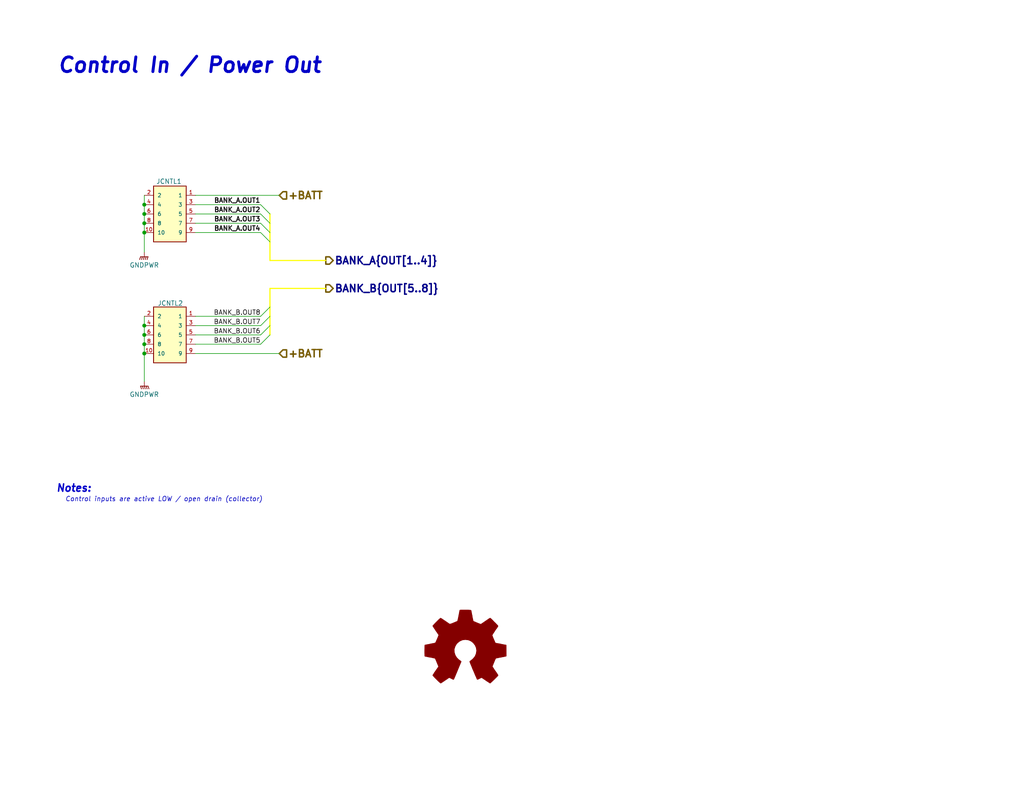
<source format=kicad_sch>
(kicad_sch (version 20211123) (generator eeschema)

  (uuid 5c6a4d2d-f41a-4586-a84a-23f107f3e1e6)

  (paper "USLetter")

  (title_block
    (title "Control In / Power Out")
    (date "2023-02-08")
    (rev "0.0.11")
    (comment 2 "http://creativecommons.org/licenses/by-sa/4.0/")
    (comment 3 "License: CC By SA 4.0")
    (comment 4 "Author: Michael Cummings")
    (comment 5 "https://ohwr.org/project/cernohl/wikis/Documents/CERN-OHL-version-2")
    (comment 6 "Hardware License: CERN-OHL-W")
  )

  (lib_symbols
    (symbol "Graphic:Logo_Open_Hardware_Large" (pin_names (offset 1.016)) (in_bom yes) (on_board yes)
      (property "Reference" "#LOGO" (id 0) (at 0 12.7 0)
        (effects (font (size 1.27 1.27)) hide)
      )
      (property "Value" "Logo_Open_Hardware_Large" (id 1) (at 0 -10.16 0)
        (effects (font (size 1.27 1.27)) hide)
      )
      (property "Footprint" "" (id 2) (at 0 0 0)
        (effects (font (size 1.27 1.27)) hide)
      )
      (property "Datasheet" "~" (id 3) (at 0 0 0)
        (effects (font (size 1.27 1.27)) hide)
      )
      (property "ki_keywords" "Logo" (id 4) (at 0 0 0)
        (effects (font (size 1.27 1.27)) hide)
      )
      (property "ki_description" "Open Hardware logo, large" (id 5) (at 0 0 0)
        (effects (font (size 1.27 1.27)) hide)
      )
      (symbol "Logo_Open_Hardware_Large_1_1"
        (polyline
          (pts
            (xy 6.731 -8.7122)
            (xy 6.6294 -8.6614)
            (xy 6.35 -8.4836)
            (xy 5.9944 -8.255)
            (xy 5.5372 -7.9502)
            (xy 5.1054 -7.6454)
            (xy 4.7498 -7.4168)
            (xy 4.4958 -7.239)
            (xy 4.3942 -7.1882)
            (xy 4.318 -7.2136)
            (xy 4.1148 -7.3152)
            (xy 3.81 -7.4676)
            (xy 3.6322 -7.5692)
            (xy 3.3528 -7.6708)
            (xy 3.2258 -7.6962)
            (xy 3.2004 -7.6708)
            (xy 3.0988 -7.4676)
            (xy 2.9464 -7.0866)
            (xy 2.7178 -6.604)
            (xy 2.4892 -6.0452)
            (xy 2.2352 -5.4356)
            (xy 1.9558 -4.826)
            (xy 1.7272 -4.2164)
            (xy 1.4986 -3.683)
            (xy 1.3208 -3.2512)
            (xy 1.2192 -2.9464)
            (xy 1.1684 -2.8194)
            (xy 1.1938 -2.794)
            (xy 1.3208 -2.667)
            (xy 1.5748 -2.4892)
            (xy 2.0828 -2.0574)
            (xy 2.6162 -1.397)
            (xy 2.921 -0.6604)
            (xy 3.048 0.1524)
            (xy 2.9464 0.9144)
            (xy 2.6416 1.6256)
            (xy 2.1336 2.286)
            (xy 1.524 2.7686)
            (xy 0.8128 3.0734)
            (xy 0 3.175)
            (xy -0.762 3.0988)
            (xy -1.4986 2.794)
            (xy -2.159 2.286)
            (xy -2.4384 1.9812)
            (xy -2.8194 1.3208)
            (xy -3.048 0.6096)
            (xy -3.0734 0.4318)
            (xy -3.0226 -0.3556)
            (xy -2.794 -1.0922)
            (xy -2.3876 -1.7526)
            (xy -1.8288 -2.3114)
            (xy -1.7526 -2.3622)
            (xy -1.4732 -2.5654)
            (xy -1.2954 -2.6924)
            (xy -1.1684 -2.8194)
            (xy -2.159 -5.207)
            (xy -2.3114 -5.588)
            (xy -2.5908 -6.2484)
            (xy -2.8194 -6.8072)
            (xy -3.0226 -7.2644)
            (xy -3.1496 -7.5692)
            (xy -3.2258 -7.6708)
            (xy -3.2258 -7.6962)
            (xy -3.302 -7.6962)
            (xy -3.4798 -7.6454)
            (xy -3.8354 -7.4676)
            (xy -4.0386 -7.366)
            (xy -4.2926 -7.239)
            (xy -4.4196 -7.1882)
            (xy -4.5212 -7.239)
            (xy -4.7498 -7.3914)
            (xy -5.1054 -7.6454)
            (xy -5.5372 -7.9248)
            (xy -5.9436 -8.2042)
            (xy -6.3246 -8.4582)
            (xy -6.604 -8.636)
            (xy -6.731 -8.7122)
            (xy -6.7564 -8.7122)
            (xy -6.858 -8.636)
            (xy -7.0866 -8.4582)
            (xy -7.4168 -8.1534)
            (xy -7.874 -7.6962)
            (xy -7.9502 -7.62)
            (xy -8.3312 -7.239)
            (xy -8.636 -6.9088)
            (xy -8.8392 -6.6802)
            (xy -8.9154 -6.5786)
            (xy -8.9154 -6.5786)
            (xy -8.8392 -6.4516)
            (xy -8.6614 -6.1722)
            (xy -8.4328 -5.7912)
            (xy -8.128 -5.3594)
            (xy -7.3152 -4.191)
            (xy -7.7724 -3.0988)
            (xy -7.8994 -2.7686)
            (xy -8.0772 -2.3622)
            (xy -8.2042 -2.0828)
            (xy -8.255 -1.9558)
            (xy -8.382 -1.905)
            (xy -8.6614 -1.8542)
            (xy -9.0932 -1.7526)
            (xy -9.6266 -1.651)
            (xy -10.1092 -1.5748)
            (xy -10.541 -1.4732)
            (xy -10.8712 -1.4224)
            (xy -11.0236 -1.397)
            (xy -11.049 -1.3716)
            (xy -11.0744 -1.2954)
            (xy -11.0998 -1.143)
            (xy -11.0998 -0.889)
            (xy -11.1252 -0.4572)
            (xy -11.1252 0.1524)
            (xy -11.1252 0.2286)
            (xy -11.0998 0.8128)
            (xy -11.0998 1.27)
            (xy -11.0744 1.5494)
            (xy -11.0744 1.6764)
            (xy -11.0744 1.6764)
            (xy -10.922 1.7018)
            (xy -10.6172 1.778)
            (xy -10.16 1.8542)
            (xy -9.652 1.9558)
            (xy -9.6012 1.9812)
            (xy -9.0932 2.0828)
            (xy -8.636 2.159)
            (xy -8.3312 2.2352)
            (xy -8.2042 2.286)
            (xy -8.1788 2.3114)
            (xy -8.0772 2.5146)
            (xy -7.9248 2.8448)
            (xy -7.747 3.2512)
            (xy -7.5692 3.6576)
            (xy -7.4168 4.0386)
            (xy -7.3152 4.318)
            (xy -7.2898 4.445)
            (xy -7.2898 4.445)
            (xy -7.366 4.572)
            (xy -7.5438 4.826)
            (xy -7.7978 5.207)
            (xy -8.128 5.6642)
            (xy -8.128 5.6896)
            (xy -8.4328 6.1468)
            (xy -8.6868 6.5278)
            (xy -8.8392 6.7818)
            (xy -8.9154 6.9088)
            (xy -8.9154 6.9088)
            (xy -8.8138 7.0358)
            (xy -8.5852 7.2898)
            (xy -8.255 7.6454)
            (xy -7.874 8.0264)
            (xy -7.747 8.1534)
            (xy -7.3152 8.5852)
            (xy -7.0104 8.8646)
            (xy -6.8326 8.9916)
            (xy -6.731 9.0424)
            (xy -6.731 9.0424)
            (xy -6.604 8.9408)
            (xy -6.3246 8.763)
            (xy -5.9436 8.509)
            (xy -5.4864 8.2042)
            (xy -5.461 8.1788)
            (xy -5.0038 7.874)
            (xy -4.6482 7.62)
            (xy -4.3688 7.4422)
            (xy -4.2672 7.3914)
            (xy -4.2418 7.3914)
            (xy -4.064 7.4422)
            (xy -3.7338 7.5438)
            (xy -3.3528 7.6962)
            (xy -2.9464 7.874)
            (xy -2.5654 8.0264)
            (xy -2.286 8.1534)
            (xy -2.159 8.2296)
            (xy -2.159 8.2296)
            (xy -2.1082 8.382)
            (xy -2.032 8.7122)
            (xy -1.9304 9.1694)
            (xy -1.8288 9.7282)
            (xy -1.8034 9.8044)
            (xy -1.7018 10.3378)
            (xy -1.6256 10.7696)
            (xy -1.5748 11.0744)
            (xy -1.524 11.2014)
            (xy -1.4478 11.2268)
            (xy -1.1938 11.2522)
            (xy -0.8128 11.2522)
            (xy -0.3302 11.2522)
            (xy 0.1524 11.2522)
            (xy 0.6604 11.2522)
            (xy 1.0668 11.2268)
            (xy 1.3716 11.2014)
            (xy 1.4986 11.176)
            (xy 1.4986 11.176)
            (xy 1.5494 11.0236)
            (xy 1.6256 10.6934)
            (xy 1.7018 10.2108)
            (xy 1.8288 9.6774)
            (xy 1.8288 9.5758)
            (xy 1.9304 9.0424)
            (xy 2.032 8.6106)
            (xy 2.0828 8.3058)
            (xy 2.1336 8.2042)
            (xy 2.159 8.1788)
            (xy 2.3876 8.0772)
            (xy 2.7432 7.9248)
            (xy 3.175 7.747)
            (xy 4.191 7.3406)
            (xy 5.461 8.2042)
            (xy 5.5626 8.2804)
            (xy 6.0198 8.5852)
            (xy 6.3754 8.8392)
            (xy 6.6294 8.9916)
            (xy 6.7564 9.0424)
            (xy 6.7564 9.0424)
            (xy 6.8834 8.9408)
            (xy 7.1374 8.7122)
            (xy 7.4676 8.382)
            (xy 7.8486 7.9756)
            (xy 8.1534 7.6962)
            (xy 8.4836 7.3406)
            (xy 8.7122 7.112)
            (xy 8.8392 6.9596)
            (xy 8.8646 6.858)
            (xy 8.8646 6.8072)
            (xy 8.7884 6.6802)
            (xy 8.6106 6.4008)
            (xy 8.3312 6.0198)
            (xy 8.0264 5.588)
            (xy 7.7978 5.207)
            (xy 7.5184 4.8006)
            (xy 7.3406 4.4958)
            (xy 7.2898 4.3434)
            (xy 7.2898 4.2926)
            (xy 7.3914 4.0386)
            (xy 7.5184 3.683)
            (xy 7.7216 3.2258)
            (xy 8.1534 2.2352)
            (xy 8.7884 2.1082)
            (xy 9.1948 2.0574)
            (xy 9.7536 1.9304)
            (xy 10.2616 1.8288)
            (xy 11.0998 1.6764)
            (xy 11.1252 -1.3208)
            (xy 10.9982 -1.3716)
            (xy 10.8712 -1.397)
            (xy 10.5664 -1.4732)
            (xy 10.1346 -1.5494)
            (xy 9.6266 -1.651)
            (xy 9.1948 -1.7272)
            (xy 8.7376 -1.8288)
            (xy 8.4328 -1.8796)
            (xy 8.2804 -1.905)
            (xy 8.255 -1.9558)
            (xy 8.1534 -2.159)
            (xy 7.9756 -2.5146)
            (xy 7.8232 -2.921)
            (xy 7.6454 -3.3274)
            (xy 7.493 -3.7338)
            (xy 7.366 -4.0132)
            (xy 7.3406 -4.191)
            (xy 7.3914 -4.2926)
            (xy 7.5692 -4.5466)
            (xy 7.7978 -4.9276)
            (xy 8.1026 -5.3594)
            (xy 8.4074 -5.7912)
            (xy 8.6614 -6.1722)
            (xy 8.8138 -6.4262)
            (xy 8.89 -6.5532)
            (xy 8.8646 -6.6548)
            (xy 8.6868 -6.858)
            (xy 8.3566 -7.1882)
            (xy 7.874 -7.6708)
            (xy 7.7978 -7.747)
            (xy 7.3914 -8.128)
            (xy 7.0612 -8.4328)
            (xy 6.8326 -8.636)
            (xy 6.731 -8.7122)
          )
          (stroke (width 0) (type default) (color 0 0 0 0))
          (fill (type outline))
        )
      )
    )
    (symbol "SHF-105-01-L-D-RA_1" (pin_names (offset 1.016)) (in_bom yes) (on_board yes)
      (property "Reference" "J" (id 0) (at 0 8.25 0)
        (effects (font (size 1.27 1.27)) (justify bottom))
      )
      (property "Value" "SHF-105-01-L-D-RA_1" (id 1) (at 0 -13.97 0)
        (effects (font (size 1.27 1.27)) (justify left bottom) hide)
      )
      (property "Footprint" "dragon_mobile:SAMTEC_SHF-105-01-L-D-RA" (id 2) (at 0 -16.51 0)
        (effects (font (size 1.27 1.27)) (justify left bottom) hide)
      )
      (property "Datasheet" "https://www.mouser.com/datasheet/2/527/shf-2854584.pdf" (id 3) (at 0 -19.05 0)
        (effects (font (size 1.27 1.27)) (justify left bottom) hide)
      )
      (property "Description" "Headers & Wire Housings Shrouded Terminal Strip, 0.050\"(1.27mm) pitch, Pin(Male), Right Angle, IDC; 10 Pos. 2 Rows;" (id 4) (at 0 -21.59 0)
        (effects (font (size 1.27 1.27)) (justify left bottom) hide)
      )
      (property "MFN" "Samtec" (id 5) (at 0 -24.13 0)
        (effects (font (size 1.27 1.27)) (justify left bottom) hide)
      )
      (property "MFP" "SHF-105-01-L-D-RA-TR" (id 6) (at 0 -26.67 0)
        (effects (font (size 1.27 1.27)) (justify left bottom) hide)
      )
      (property "Type" "THT" (id 7) (at 0 -29.21 0)
        (effects (font (size 1.27 1.27)) (justify left bottom) hide)
      )
      (property "Height (mm)" "5.33" (id 8) (at 0 -31.75 0)
        (effects (font (size 1.27 1.27)) (justify left bottom) hide)
      )
      (property "Mouser Part Number" "200-SHF10501LDRATR" (id 9) (at 0 -34.29 0)
        (effects (font (size 1.27 1.27)) (justify left bottom) hide)
      )
      (property "Mouser Price/Stock" "https://www.mouser.com/ProductDetail/Samtec/SHF-105-01-L-D-RA-TR?qs=%252BZP6%2F%252BtExtA3jdVUpsGHlg%3D%3D" (id 10) (at 0 -36.83 0)
        (effects (font (size 1.27 1.27)) (justify left bottom) hide)
      )
      (property "ki_keywords" "Connector" (id 11) (at 0 0 0)
        (effects (font (size 1.27 1.27)) hide)
      )
      (property "ki_description" "Shrouded Terminal Strip, 0.050'' pitch, SHF-105-01-L-D-RA" (id 12) (at 0 0 0)
        (effects (font (size 1.27 1.27)) hide)
      )
      (symbol "SHF-105-01-L-D-RA_1_0_0"
        (rectangle (start -4.445 7.62) (end 4.445 -7.62)
          (stroke (width 0.254) (type default) (color 0 0 0 0))
          (fill (type background))
        )
        (pin passive line (at -6.985 5.08 0) (length 2.54)
          (name "1" (effects (font (size 1.016 1.016))))
          (number "1" (effects (font (size 1.016 1.016))))
        )
        (pin passive line (at 6.985 -5.08 180) (length 2.54)
          (name "10" (effects (font (size 1.016 1.016))))
          (number "10" (effects (font (size 1.016 1.016))))
        )
        (pin passive line (at 6.985 5.08 180) (length 2.54)
          (name "2" (effects (font (size 1.016 1.016))))
          (number "2" (effects (font (size 1.016 1.016))))
        )
        (pin passive line (at -6.985 2.54 0) (length 2.54)
          (name "3" (effects (font (size 1.016 1.016))))
          (number "3" (effects (font (size 1.016 1.016))))
        )
        (pin passive line (at 6.985 2.54 180) (length 2.54)
          (name "4" (effects (font (size 1.016 1.016))))
          (number "4" (effects (font (size 1.016 1.016))))
        )
        (pin passive line (at -6.985 0 0) (length 2.54)
          (name "5" (effects (font (size 1.016 1.016))))
          (number "5" (effects (font (size 1.016 1.016))))
        )
        (pin passive line (at 6.985 0 180) (length 2.54)
          (name "6" (effects (font (size 1.016 1.016))))
          (number "6" (effects (font (size 1.016 1.016))))
        )
        (pin passive line (at -6.985 -2.54 0) (length 2.54)
          (name "7" (effects (font (size 1.016 1.016))))
          (number "7" (effects (font (size 1.016 1.016))))
        )
        (pin passive line (at 6.985 -2.54 180) (length 2.54)
          (name "8" (effects (font (size 1.016 1.016))))
          (number "8" (effects (font (size 1.016 1.016))))
        )
        (pin passive line (at -6.985 -5.08 0) (length 2.54)
          (name "9" (effects (font (size 1.016 1.016))))
          (number "9" (effects (font (size 1.016 1.016))))
        )
      )
    )
    (symbol "dragon_mobile:SHF-105-01-L-D-RA" (pin_names (offset 1.016)) (in_bom yes) (on_board yes)
      (property "Reference" "J" (id 0) (at 0 8.25 0)
        (effects (font (size 1.27 1.27)) (justify bottom))
      )
      (property "Value" "SHF-105-01-L-D-RA" (id 1) (at 0 -13.97 0)
        (effects (font (size 1.27 1.27)) (justify left bottom) hide)
      )
      (property "Footprint" "dragon_mobile:SAMTEC_SHF-105-01-L-D-RA" (id 2) (at 0 -16.51 0)
        (effects (font (size 1.27 1.27)) (justify left bottom) hide)
      )
      (property "Datasheet" "https://www.mouser.com/datasheet/2/527/shf-2854584.pdf" (id 3) (at 0 -19.05 0)
        (effects (font (size 1.27 1.27)) (justify left bottom) hide)
      )
      (property "Description" "Headers & Wire Housings Shrouded Terminal Strip, 0.050\"(1.27mm) pitch, Pin(Male), Right Angle, IDC; 10 Pos. 2 Rows;" (id 4) (at 0 -21.59 0)
        (effects (font (size 1.27 1.27)) (justify left bottom) hide)
      )
      (property "MFN" "Samtec" (id 5) (at 0 -24.13 0)
        (effects (font (size 1.27 1.27)) (justify left bottom) hide)
      )
      (property "MFP" "SHF-105-01-L-D-RA-TR" (id 6) (at 0 -26.67 0)
        (effects (font (size 1.27 1.27)) (justify left bottom) hide)
      )
      (property "Type" "THT" (id 7) (at 0 -29.21 0)
        (effects (font (size 1.27 1.27)) (justify left bottom) hide)
      )
      (property "Height (mm)" "5.33" (id 8) (at 0 -31.75 0)
        (effects (font (size 1.27 1.27)) (justify left bottom) hide)
      )
      (property "Mouser Part Number" "200-SHF10501LDRATR" (id 9) (at 0 -34.29 0)
        (effects (font (size 1.27 1.27)) (justify left bottom) hide)
      )
      (property "Mouser Price/Stock" "https://www.mouser.com/ProductDetail/Samtec/SHF-105-01-L-D-RA-TR?qs=%252BZP6%2F%252BtExtA3jdVUpsGHlg%3D%3D" (id 10) (at 0 -36.83 0)
        (effects (font (size 1.27 1.27)) (justify left bottom) hide)
      )
      (property "ki_keywords" "Connector" (id 11) (at 0 0 0)
        (effects (font (size 1.27 1.27)) hide)
      )
      (property "ki_description" "Shrouded Terminal Strip, 0.050'' pitch, SHF-105-01-L-D-RA" (id 12) (at 0 0 0)
        (effects (font (size 1.27 1.27)) hide)
      )
      (symbol "SHF-105-01-L-D-RA_0_0"
        (rectangle (start -4.445 7.62) (end 4.445 -7.62)
          (stroke (width 0.254) (type default) (color 0 0 0 0))
          (fill (type background))
        )
        (pin passive line (at -6.985 5.08 0) (length 2.54)
          (name "1" (effects (font (size 1.016 1.016))))
          (number "1" (effects (font (size 1.016 1.016))))
        )
        (pin passive line (at 6.985 -5.08 180) (length 2.54)
          (name "10" (effects (font (size 1.016 1.016))))
          (number "10" (effects (font (size 1.016 1.016))))
        )
        (pin passive line (at 6.985 5.08 180) (length 2.54)
          (name "2" (effects (font (size 1.016 1.016))))
          (number "2" (effects (font (size 1.016 1.016))))
        )
        (pin passive line (at -6.985 2.54 0) (length 2.54)
          (name "3" (effects (font (size 1.016 1.016))))
          (number "3" (effects (font (size 1.016 1.016))))
        )
        (pin passive line (at 6.985 2.54 180) (length 2.54)
          (name "4" (effects (font (size 1.016 1.016))))
          (number "4" (effects (font (size 1.016 1.016))))
        )
        (pin passive line (at -6.985 0 0) (length 2.54)
          (name "5" (effects (font (size 1.016 1.016))))
          (number "5" (effects (font (size 1.016 1.016))))
        )
        (pin passive line (at 6.985 0 180) (length 2.54)
          (name "6" (effects (font (size 1.016 1.016))))
          (number "6" (effects (font (size 1.016 1.016))))
        )
        (pin passive line (at -6.985 -2.54 0) (length 2.54)
          (name "7" (effects (font (size 1.016 1.016))))
          (number "7" (effects (font (size 1.016 1.016))))
        )
        (pin passive line (at 6.985 -2.54 180) (length 2.54)
          (name "8" (effects (font (size 1.016 1.016))))
          (number "8" (effects (font (size 1.016 1.016))))
        )
        (pin passive line (at -6.985 -5.08 0) (length 2.54)
          (name "9" (effects (font (size 1.016 1.016))))
          (number "9" (effects (font (size 1.016 1.016))))
        )
      )
    )
    (symbol "power:GNDPWR" (power) (pin_names (offset 0)) (in_bom yes) (on_board yes)
      (property "Reference" "#PWR" (id 0) (at 0 -5.08 0)
        (effects (font (size 1.27 1.27)) hide)
      )
      (property "Value" "GNDPWR" (id 1) (at 0 -3.302 0)
        (effects (font (size 1.27 1.27)))
      )
      (property "Footprint" "" (id 2) (at 0 -1.27 0)
        (effects (font (size 1.27 1.27)) hide)
      )
      (property "Datasheet" "" (id 3) (at 0 -1.27 0)
        (effects (font (size 1.27 1.27)) hide)
      )
      (property "ki_keywords" "power-flag" (id 4) (at 0 0 0)
        (effects (font (size 1.27 1.27)) hide)
      )
      (property "ki_description" "Power symbol creates a global label with name \"GNDPWR\" , power ground" (id 5) (at 0 0 0)
        (effects (font (size 1.27 1.27)) hide)
      )
      (symbol "GNDPWR_0_1"
        (polyline
          (pts
            (xy 0 -1.27)
            (xy 0 0)
          )
          (stroke (width 0) (type default) (color 0 0 0 0))
          (fill (type none))
        )
        (polyline
          (pts
            (xy -1.016 -1.27)
            (xy -1.27 -2.032)
            (xy -1.27 -2.032)
          )
          (stroke (width 0.2032) (type default) (color 0 0 0 0))
          (fill (type none))
        )
        (polyline
          (pts
            (xy -0.508 -1.27)
            (xy -0.762 -2.032)
            (xy -0.762 -2.032)
          )
          (stroke (width 0.2032) (type default) (color 0 0 0 0))
          (fill (type none))
        )
        (polyline
          (pts
            (xy 0 -1.27)
            (xy -0.254 -2.032)
            (xy -0.254 -2.032)
          )
          (stroke (width 0.2032) (type default) (color 0 0 0 0))
          (fill (type none))
        )
        (polyline
          (pts
            (xy 0.508 -1.27)
            (xy 0.254 -2.032)
            (xy 0.254 -2.032)
          )
          (stroke (width 0.2032) (type default) (color 0 0 0 0))
          (fill (type none))
        )
        (polyline
          (pts
            (xy 1.016 -1.27)
            (xy -1.016 -1.27)
            (xy -1.016 -1.27)
          )
          (stroke (width 0.2032) (type default) (color 0 0 0 0))
          (fill (type none))
        )
        (polyline
          (pts
            (xy 1.016 -1.27)
            (xy 0.762 -2.032)
            (xy 0.762 -2.032)
            (xy 0.762 -2.032)
          )
          (stroke (width 0.2032) (type default) (color 0 0 0 0))
          (fill (type none))
        )
      )
      (symbol "GNDPWR_1_1"
        (pin power_in line (at 0 0 270) (length 0) hide
          (name "GNDPWR" (effects (font (size 1.27 1.27))))
          (number "1" (effects (font (size 1.27 1.27))))
        )
      )
    )
  )

  (junction (at 39.37 63.5) (diameter 0) (color 0 0 0 0)
    (uuid 09c8ae6b-902d-42fa-80ba-433e95add8f4)
  )
  (junction (at 39.37 60.96) (diameter 0) (color 0 0 0 0)
    (uuid 2822e8ff-4d8d-4f39-b4ca-d9f16c5c7a13)
  )
  (junction (at 39.37 55.88) (diameter 0) (color 0 0 0 0)
    (uuid 2eec5c6e-0162-4c38-b218-7688651aa9df)
  )
  (junction (at 39.37 96.52) (diameter 0) (color 0 0 0 0)
    (uuid 44caadbd-f1f7-4176-b732-f5412cfe9975)
  )
  (junction (at 39.37 93.98) (diameter 0) (color 0 0 0 0)
    (uuid 9460b765-4599-4c00-aa45-0df65c835fc4)
  )
  (junction (at 39.37 91.44) (diameter 0) (color 0 0 0 0)
    (uuid a2c20602-58cf-476a-9f93-34900f974ef9)
  )
  (junction (at 39.37 58.42) (diameter 0) (color 0 0 0 0)
    (uuid af49ec62-e78e-4113-9ba5-78e7304aba03)
  )
  (junction (at 39.37 88.9) (diameter 0) (color 0 0 0 0)
    (uuid d8eed15d-6de9-4f2b-adaf-0e3d8e250244)
  )

  (bus_entry (at 73.66 83.82) (size -2.54 2.54)
    (stroke (width 0) (type default) (color 0 0 0 0))
    (uuid 13f212dc-5c90-4cef-a709-f3f08dce54ac)
  )
  (bus_entry (at 73.66 88.9) (size -2.54 2.54)
    (stroke (width 0) (type default) (color 0 0 0 0))
    (uuid 492972b3-e067-4c57-8302-f40429fa1b41)
  )
  (bus_entry (at 71.12 63.5) (size 2.54 2.54)
    (stroke (width 0) (type default) (color 0 0 0 0))
    (uuid 827eeaf1-63e4-42ac-9b38-c65423dc0e60)
  )
  (bus_entry (at 73.66 91.44) (size -2.54 2.54)
    (stroke (width 0) (type default) (color 0 0 0 0))
    (uuid 837834ae-e866-46b6-bf55-a9d5f0257559)
  )
  (bus_entry (at 73.66 86.36) (size -2.54 2.54)
    (stroke (width 0) (type default) (color 0 0 0 0))
    (uuid a11b30ad-a1a1-4014-8c55-96bebdc71b13)
  )
  (bus_entry (at 71.12 60.96) (size 2.54 2.54)
    (stroke (width 0) (type default) (color 0 0 0 0))
    (uuid a6ba73f2-f784-4061-bff8-408ac2ea5992)
  )
  (bus_entry (at 71.12 55.88) (size 2.54 2.54)
    (stroke (width 0) (type default) (color 0 0 0 0))
    (uuid d510f0f0-1c42-4c2a-a0d0-1387a13f2651)
  )
  (bus_entry (at 71.12 58.42) (size 2.54 2.54)
    (stroke (width 0) (type default) (color 0 0 0 0))
    (uuid f7c984e1-bd12-4056-9149-7d2ed607786c)
  )

  (bus (pts (xy 73.66 60.96) (xy 73.66 63.5))
    (stroke (width 0) (type default) (color 255 255 0 1))
    (uuid 04473856-7a73-4ca6-9984-ee72628c1396)
  )

  (wire (pts (xy 53.34 63.5) (xy 71.12 63.5))
    (stroke (width 0) (type default) (color 0 0 0 0))
    (uuid 08b29014-8aba-41b3-b0d6-e9c2ae6342d6)
  )
  (bus (pts (xy 73.66 58.42) (xy 73.66 60.96))
    (stroke (width 0) (type default) (color 255 255 0 1))
    (uuid 2c652f2a-6603-48ad-be8f-cba0357c71b9)
  )
  (bus (pts (xy 73.66 71.12) (xy 88.9 71.12))
    (stroke (width 0) (type default) (color 255 255 0 1))
    (uuid 361806ae-6596-4647-9df4-1a29035b6b9b)
  )

  (wire (pts (xy 53.34 86.36) (xy 71.12 86.36))
    (stroke (width 0) (type default) (color 0 0 0 0))
    (uuid 48187f2d-b45a-4dca-87ef-b3658500ed87)
  )
  (wire (pts (xy 53.34 96.52) (xy 76.2 96.52))
    (stroke (width 0) (type default) (color 0 0 0 0))
    (uuid 50ae1411-53d1-4281-8a2f-c4fc68097a8e)
  )
  (wire (pts (xy 53.34 60.96) (xy 71.12 60.96))
    (stroke (width 0) (type default) (color 0 0 0 0))
    (uuid 56ccad1f-4d24-48a7-a27b-2a7157d96e88)
  )
  (wire (pts (xy 39.37 53.34) (xy 39.37 55.88))
    (stroke (width 0) (type default) (color 0 0 0 0))
    (uuid 575b408f-6248-4744-8349-257711cc07d4)
  )
  (wire (pts (xy 71.12 93.98) (xy 53.34 93.98))
    (stroke (width 0) (type default) (color 0 0 0 0))
    (uuid 68811a5d-8ae6-43f0-8a7f-fd2d043abbc5)
  )
  (bus (pts (xy 73.66 78.74) (xy 73.66 83.82))
    (stroke (width 0) (type default) (color 255 255 0 1))
    (uuid 7258d826-a40b-48d0-8f4f-6d113f3a528c)
  )

  (wire (pts (xy 71.12 91.44) (xy 53.34 91.44))
    (stroke (width 0) (type default) (color 0 0 0 0))
    (uuid 7af9a0d1-858d-4685-a85a-7d22fdee7307)
  )
  (wire (pts (xy 53.34 58.42) (xy 71.12 58.42))
    (stroke (width 0) (type default) (color 0 0 0 0))
    (uuid 7d21a741-1d83-4328-a8b1-7f0a861b27f0)
  )
  (wire (pts (xy 39.37 58.42) (xy 39.37 60.96))
    (stroke (width 0) (type default) (color 0 0 0 0))
    (uuid 808a3cc0-4554-4d10-90f5-8e6413ffe0da)
  )
  (wire (pts (xy 39.37 91.44) (xy 39.37 93.98))
    (stroke (width 0) (type default) (color 0 0 0 0))
    (uuid 8ec8e42c-6d8a-4ba0-88dc-7d95ccc6da63)
  )
  (bus (pts (xy 73.66 83.82) (xy 73.66 86.36))
    (stroke (width 0) (type default) (color 255 255 0 1))
    (uuid 9003bc87-4a16-47b7-960c-311e02f5d7ce)
  )

  (wire (pts (xy 39.37 63.5) (xy 39.37 68.834))
    (stroke (width 0) (type default) (color 0 0 0 0))
    (uuid 92227600-fba7-4136-9815-452e64669fd6)
  )
  (wire (pts (xy 53.34 53.34) (xy 76.2 53.34))
    (stroke (width 0) (type default) (color 0 0 0 0))
    (uuid 9dc7f35b-1854-43e5-9328-142b62c88a32)
  )
  (bus (pts (xy 73.66 86.36) (xy 73.66 88.9))
    (stroke (width 0) (type default) (color 255 255 0 1))
    (uuid a47193e3-e3fd-4df1-ba67-1b11488e832d)
  )

  (wire (pts (xy 39.37 96.52) (xy 39.37 104.14))
    (stroke (width 0) (type default) (color 0 0 0 0))
    (uuid a907c750-454e-40f9-a922-f30467ad922b)
  )
  (wire (pts (xy 53.34 55.88) (xy 71.12 55.88))
    (stroke (width 0) (type default) (color 0 0 0 0))
    (uuid b7ca1973-b629-4613-810d-bd69b38c0283)
  )
  (bus (pts (xy 73.66 63.5) (xy 73.66 66.04))
    (stroke (width 0) (type default) (color 255 255 0 1))
    (uuid b8e80ce0-c649-4dfd-9766-9949d90bebcf)
  )

  (wire (pts (xy 71.12 88.9) (xy 53.34 88.9))
    (stroke (width 0) (type default) (color 0 0 0 0))
    (uuid b9a382a2-b1a1-4b02-a5cb-c67c864efd18)
  )
  (wire (pts (xy 39.37 86.36) (xy 39.37 88.9))
    (stroke (width 0) (type default) (color 0 0 0 0))
    (uuid c1ed55e3-13b5-4d94-a2f4-4fa7163cc28d)
  )
  (wire (pts (xy 39.37 88.9) (xy 39.37 91.44))
    (stroke (width 0) (type default) (color 0 0 0 0))
    (uuid d595c07c-ab88-4094-a33d-88dcd7324fa2)
  )
  (wire (pts (xy 39.37 93.98) (xy 39.37 96.52))
    (stroke (width 0) (type default) (color 0 0 0 0))
    (uuid dfb33571-4acc-4a71-a98a-c99ab34fe2ef)
  )
  (bus (pts (xy 73.66 66.04) (xy 73.66 71.12))
    (stroke (width 0) (type default) (color 255 255 0 1))
    (uuid e70b3c4c-3978-479d-89ac-ceecbb926813)
  )
  (bus (pts (xy 73.66 88.9) (xy 73.66 91.44))
    (stroke (width 0) (type default) (color 255 255 0 1))
    (uuid eb31adf2-5da0-420f-ac71-55bd962a999b)
  )
  (bus (pts (xy 88.9 78.74) (xy 73.66 78.74))
    (stroke (width 0) (type default) (color 255 255 0 1))
    (uuid ec56a5d3-dea3-43f4-9e16-f481a322177e)
  )

  (wire (pts (xy 39.37 60.96) (xy 39.37 63.5))
    (stroke (width 0) (type default) (color 0 0 0 0))
    (uuid ee123940-af85-4cbe-9f0b-1a1226979c75)
  )
  (wire (pts (xy 39.37 55.88) (xy 39.37 58.42))
    (stroke (width 0) (type default) (color 0 0 0 0))
    (uuid ffc19fce-abc6-427d-9f48-e82c6c740b05)
  )

  (text "Notes:" (at 15.24 134.62 0)
    (effects (font (size 2 2) bold italic) (justify left bottom))
    (uuid 761bbb65-e1d8-45a1-965e-824ba26880b3)
  )
  (text "Control inputs are active LOW / open drain (collector)"
    (at 17.78 137.16 0)
    (effects (font (size 1.27 1.27) italic) (justify left bottom))
    (uuid 7bbce5f1-00ac-4d16-89a2-c78942960bcf)
  )
  (text "Control In / Power Out" (at 15.494 20.32 0)
    (effects (font (size 4 4) bold italic) (justify left bottom))
    (uuid c65c6540-2e1e-4a05-a3c1-3c50bb83003d)
  )

  (label "BANK_B.OUT7" (at 71.12 88.9 180)
    (effects (font (size 1.27 1.27)) (justify right bottom))
    (uuid 2ec4a95b-5705-493b-bdbf-c595e6cfc2c0)
  )
  (label "BANK_A.OUT1" (at 71.12 55.88 180)
    (effects (font (size 1.27 1.27) bold) (justify right bottom))
    (uuid 3d839946-9e5b-4aa5-b283-6409c3769aa8)
  )
  (label "BANK_B.OUT8" (at 71.12 86.36 180)
    (effects (font (size 1.27 1.27)) (justify right bottom))
    (uuid 4cc3e7d5-fdf8-47d2-9f7d-f464602d8e2c)
  )
  (label "BANK_B.OUT6" (at 71.12 91.44 180)
    (effects (font (size 1.27 1.27)) (justify right bottom))
    (uuid 60f2cab6-f791-4a4d-80d6-b9bc33073b7f)
  )
  (label "BANK_A.OUT4" (at 71.12 63.5 180)
    (effects (font (size 1.27 1.27) bold) (justify right bottom))
    (uuid 68c16bc2-6363-4e44-8426-30043402d8cb)
  )
  (label "BANK_A.OUT3" (at 71.12 60.96 180)
    (effects (font (size 1.27 1.27) bold) (justify right bottom))
    (uuid b5d6c01a-729e-4a73-b628-1c47cdfb0800)
  )
  (label "BANK_B.OUT5" (at 71.12 93.98 180)
    (effects (font (size 1.27 1.27)) (justify right bottom))
    (uuid bc070473-2322-45d2-b51d-c585ff02c1ee)
  )
  (label "BANK_A.OUT2" (at 71.12 58.42 180)
    (effects (font (size 1.27 1.27) bold) (justify right bottom))
    (uuid d6610202-f484-4719-ad58-311b0f20b6fa)
  )

  (hierarchical_label "+BATT" (shape input) (at 76.2 53.34 0)
    (effects (font (size 2 2) bold) (justify left))
    (uuid 286d2965-31b4-4b53-8129-e8f6e1e17500)
  )
  (hierarchical_label "BANK_B{OUT[5..8]}" (shape output) (at 88.9 78.74 0)
    (effects (font (size 2 2) (thickness 0.4) bold) (justify left))
    (uuid 2d86749f-bc6b-4797-8928-c502284d16a5)
  )
  (hierarchical_label "BANK_A{OUT[1..4]}" (shape output) (at 88.9 71.12 0)
    (effects (font (size 2 2) bold) (justify left))
    (uuid 2ef928f0-72b8-45b8-bcea-915bf8d96605)
  )
  (hierarchical_label "+BATT" (shape input) (at 76.2 96.52 0)
    (effects (font (size 2 2) bold) (justify left))
    (uuid ec7471bc-9da5-4f83-8541-1fcec4f34f75)
  )

  (symbol (lib_id "dragon_mobile:SHF-105-01-L-D-RA") (at 46.355 91.44 0) (mirror y) (unit 1)
    (in_bom yes) (on_board yes)
    (uuid 408e2e6d-0b55-4cd7-ab27-4b820e9c5b02)
    (property "Reference" "JCNTL2" (id 0) (at 46.482 82.804 0))
    (property "Value" "SHF-105-01-L-D-RA" (id 1) (at 57.785 118.11 0)
      (effects (font (size 1.27 1.27)) (justify left bottom) hide)
    )
    (property "Footprint" "dragon_mobile:SAMTEC_SHF-105-01-L-D-RA" (id 2) (at 46.355 107.95 0)
      (effects (font (size 1.27 1.27)) (justify left bottom) hide)
    )
    (property "Datasheet" "https://www.mouser.com/datasheet/2/527/shf-2854584.pdf" (id 3) (at 46.355 110.49 0)
      (effects (font (size 1.27 1.27)) (justify left bottom) hide)
    )
    (property "Description" "Headers & Wire Housings Shrouded Terminal Strip, 0.050\"(1.27mm) pitch, Pin(Male), Right Angle, IDC; 10 Pos. 2 Rows;" (id 7) (at 46.355 113.03 0)
      (effects (font (size 1.27 1.27)) (justify left bottom) hide)
    )
    (property "Height (mm)" "5.33" (id 8) (at 46.355 123.19 0)
      (effects (font (size 1.27 1.27)) (justify left bottom) hide)
    )
    (property "MFN" "Samtec" (id 6) (at 46.355 115.57 0)
      (effects (font (size 1.27 1.27)) (justify left bottom) hide)
    )
    (property "Type" "THT" (id 9) (at 46.355 120.65 0)
      (effects (font (size 1.27 1.27)) (justify left bottom) hide)
    )
    (property "Mouser Part Number" "200-SHF10501LDRATR" (id 10) (at 46.355 125.73 0)
      (effects (font (size 1.27 1.27)) (justify left bottom) hide)
    )
    (property "Mouser Price/Stock" "https://www.mouser.com/ProductDetail/Samtec/SHF-105-01-L-D-RA-TR?qs=%252BZP6%2F%252BtExtA3jdVUpsGHlg%3D%3D" (id 11) (at 46.355 128.27 0)
      (effects (font (size 1.27 1.27)) (justify left bottom) hide)
    )
    (property "Characteristics" "Headers & Wire Housings Shrouded Terminal Strip, 0.050\"(1.27mm) pitch, Pin(Male), Right Angle, IDC; 10 Pos. 2 Rows;" (id 12) (at 46.355 91.44 0)
      (effects (font (size 1.27 1.27)) hide)
    )
    (property "Package" "Other" (id 13) (at 46.355 91.44 0)
      (effects (font (size 1.27 1.27)) hide)
    )
    (property "MFP" "SHF-105-01-L-D-RA" (id 14) (at 46.355 91.44 0)
      (effects (font (size 1.27 1.27)) hide)
    )
    (pin "1" (uuid ac754379-42e0-4d69-b845-adc47167f1ec))
    (pin "10" (uuid 1d35225f-1083-45b7-ae4f-276fe4591bf1))
    (pin "2" (uuid 4860fa6d-20e3-4261-979f-0cba63c1b172))
    (pin "3" (uuid 5d8b115c-4a42-49dd-b933-a84dce62a68e))
    (pin "4" (uuid 8628b4e6-dea5-4999-86bf-db1ed6bf8d47))
    (pin "5" (uuid 9474888d-eb56-4f51-aba1-2feedafa6832))
    (pin "6" (uuid 1505fb5f-0e8a-4039-8a7b-6b1fa1f44177))
    (pin "7" (uuid cea350b5-7683-4018-922b-353376a306aa))
    (pin "8" (uuid 389d0d1f-e2f6-4af1-970f-15ba21a362a9))
    (pin "9" (uuid d2602193-18cf-4ed3-9b93-4fd0e5dec2e2))
  )

  (symbol (lib_id "Graphic:Logo_Open_Hardware_Large") (at 127 177.8 0) (unit 1)
    (in_bom no) (on_board no) (fields_autoplaced)
    (uuid 58f644ef-058b-414e-ab20-4089c7fcd3d4)
    (property "Reference" "#LOGO_OSHL3" (id 0) (at 127 165.1 0)
      (effects (font (size 1.27 1.27)) hide)
    )
    (property "Value" "Logo_Open_Hardware_Large" (id 1) (at 127 187.96 0)
      (effects (font (size 1.27 1.27)) hide)
    )
    (property "Footprint" "" (id 2) (at 127 177.8 0)
      (effects (font (size 1.27 1.27)) hide)
    )
    (property "Datasheet" "~" (id 3) (at 127 177.8 0)
      (effects (font (size 1.27 1.27)) hide)
    )
  )

  (symbol (lib_id "power:GNDPWR") (at 39.37 68.834 0) (unit 1)
    (in_bom yes) (on_board yes)
    (uuid a0f24740-c3fa-4c3d-a666-e66d7ba78d2d)
    (property "Reference" "#PWR0102" (id 0) (at 39.37 73.914 0)
      (effects (font (size 1.27 1.27)) hide)
    )
    (property "Value" "GNDPWR" (id 1) (at 39.37 72.39 0))
    (property "Footprint" "" (id 2) (at 39.37 70.104 0)
      (effects (font (size 1.27 1.27)) hide)
    )
    (property "Datasheet" "" (id 3) (at 39.37 70.104 0)
      (effects (font (size 1.27 1.27)) hide)
    )
    (pin "1" (uuid 315ead61-060a-47d6-9709-063b9de52a2f))
  )

  (symbol (lib_name "SHF-105-01-L-D-RA_1") (lib_id "dragon_mobile:SHF-105-01-L-D-RA") (at 46.355 58.42 0) (mirror y) (unit 1)
    (in_bom yes) (on_board yes)
    (uuid a37137aa-4e76-4259-9d94-afa550cf15a1)
    (property "Reference" "JCNTL1" (id 0) (at 46.101 49.53 0))
    (property "Value" "SHF-105-01-L-D-RA" (id 1) (at 57.785 85.09 0)
      (effects (font (size 1.27 1.27)) (justify left bottom) hide)
    )
    (property "Footprint" "dragon_mobile:SAMTEC_SHF-105-01-L-D-RA" (id 2) (at 46.355 74.93 0)
      (effects (font (size 1.27 1.27)) (justify left bottom) hide)
    )
    (property "Datasheet" "https://www.mouser.com/datasheet/2/527/shf-2854584.pdf" (id 3) (at 46.355 77.47 0)
      (effects (font (size 1.27 1.27)) (justify left bottom) hide)
    )
    (property "Description" "Headers & Wire Housings Shrouded Terminal Strip, 0.050\"(1.27mm) pitch, Pin(Male), Right Angle, IDC; 10 Pos. 2 Rows;" (id 7) (at 46.355 80.01 0)
      (effects (font (size 1.27 1.27)) (justify left bottom) hide)
    )
    (property "Height (mm)" "5.33" (id 8) (at 46.355 90.17 0)
      (effects (font (size 1.27 1.27)) (justify left bottom) hide)
    )
    (property "MFN" "Samtec" (id 6) (at 46.355 82.55 0)
      (effects (font (size 1.27 1.27)) (justify left bottom) hide)
    )
    (property "Type" "THT" (id 9) (at 46.355 87.63 0)
      (effects (font (size 1.27 1.27)) (justify left bottom) hide)
    )
    (property "Mouser Part Number" "200-SHF10501LDRATR" (id 10) (at 46.355 92.71 0)
      (effects (font (size 1.27 1.27)) (justify left bottom) hide)
    )
    (property "Mouser Price/Stock" "https://www.mouser.com/ProductDetail/Samtec/SHF-105-01-L-D-RA-TR?qs=%252BZP6%2F%252BtExtA3jdVUpsGHlg%3D%3D" (id 11) (at 46.355 95.25 0)
      (effects (font (size 1.27 1.27)) (justify left bottom) hide)
    )
    (property "Characteristics" "Headers & Wire Housings Shrouded Terminal Strip, 0.050\"(1.27mm) pitch, Pin(Male), Right Angle, IDC; 10 Pos. 2 Rows;" (id 12) (at 46.355 58.42 0)
      (effects (font (size 1.27 1.27)) hide)
    )
    (property "Package" "Other" (id 13) (at 46.355 58.42 0)
      (effects (font (size 1.27 1.27)) hide)
    )
    (property "MFP" "SHF-105-01-L-D-RA" (id 14) (at 46.355 58.42 0)
      (effects (font (size 1.27 1.27)) hide)
    )
    (pin "1" (uuid dca7ec24-78dc-428b-83ef-017bd06d1c56))
    (pin "10" (uuid fbcdfc44-9313-4281-99db-6c64d1cfd98d))
    (pin "2" (uuid 72744cd5-c231-436e-821c-927c404bf39f))
    (pin "3" (uuid 7ff1e1be-f190-4c14-b543-2d988ceda3d9))
    (pin "4" (uuid af775d87-1484-475f-8965-5362808cf858))
    (pin "5" (uuid 10230208-21cd-452d-9ca4-de4e61953519))
    (pin "6" (uuid 197011f1-f5b5-4645-8ff7-2e92767eeecc))
    (pin "7" (uuid 253befbe-ba19-45df-a709-57c4bf010e90))
    (pin "8" (uuid f5ddea85-9485-4da5-876d-2a15fc88f018))
    (pin "9" (uuid 6a9701f7-cdd2-4d61-8748-86d1cb3a5e75))
  )

  (symbol (lib_id "power:GNDPWR") (at 39.37 104.14 0) (mirror y) (unit 1)
    (in_bom yes) (on_board yes)
    (uuid dad1d9f6-fcfc-45f9-b1a1-b341ca852e61)
    (property "Reference" "#PWR0101" (id 0) (at 39.37 109.22 0)
      (effects (font (size 1.27 1.27)) hide)
    )
    (property "Value" "GNDPWR" (id 1) (at 39.37 107.696 0))
    (property "Footprint" "" (id 2) (at 39.37 105.41 0)
      (effects (font (size 1.27 1.27)) hide)
    )
    (property "Datasheet" "" (id 3) (at 39.37 105.41 0)
      (effects (font (size 1.27 1.27)) hide)
    )
    (pin "1" (uuid 51e004b4-6036-4acb-bc1e-bfb5ff1d2b81))
  )
)

</source>
